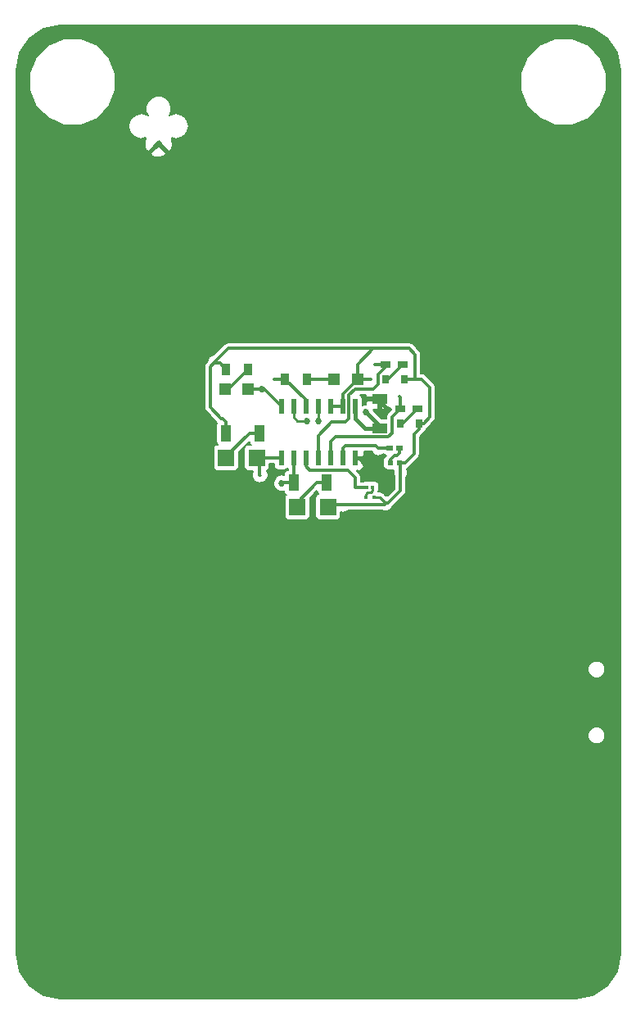
<source format=gtl>
G04 #@! TF.FileFunction,Copper,L1,Top,Signal*
%FSLAX46Y46*%
G04 Gerber Fmt 4.6, Leading zero omitted, Abs format (unit mm)*
G04 Created by KiCad (PCBNEW 4.0.6) date 08/28/18 17:36:48*
%MOMM*%
%LPD*%
G01*
G04 APERTURE LIST*
%ADD10C,0.100000*%
%ADD11R,0.700000X0.600000*%
%ADD12R,0.400000X0.400000*%
%ADD13R,1.300000X1.198880*%
%ADD14R,1.000000X0.797560*%
%ADD15R,0.900000X1.300000*%
%ADD16R,0.700000X0.900000*%
%ADD17R,0.450000X0.430000*%
%ADD18R,0.600000X0.600000*%
%ADD19R,1.700000X1.800860*%
%ADD20R,1.100000X1.700000*%
%ADD21R,1.600000X1.000000*%
%ADD22R,0.600000X1.500000*%
%ADD23C,0.685800*%
%ADD24C,0.406400*%
%ADD25C,0.304800*%
%ADD26C,0.254000*%
%ADD27C,0.200000*%
G04 APERTURE END LIST*
D10*
D11*
X131564000Y-116586000D03*
X130564000Y-116586000D03*
D12*
X128824000Y-120650000D03*
X128224000Y-120650000D03*
D13*
X115951000Y-110490000D03*
X113538000Y-110490000D03*
X124841000Y-109474000D03*
X127254000Y-109474000D03*
D14*
X130175000Y-107950000D03*
X131953000Y-107950000D03*
D15*
X115951000Y-108458000D03*
X113665000Y-108458000D03*
X119761000Y-109474000D03*
X122047000Y-109474000D03*
D16*
X130175000Y-109474000D03*
X132080000Y-109474000D03*
D17*
X128124000Y-121666000D03*
X128924000Y-121666000D03*
D14*
X131699000Y-112522000D03*
X133477000Y-112522000D03*
D16*
X131699000Y-114046000D03*
X133604000Y-114046000D03*
D18*
X130664000Y-118110000D03*
X131564000Y-118110000D03*
D19*
X121031000Y-122682000D03*
X124206000Y-122682000D03*
D20*
X120650000Y-120142000D03*
X124079000Y-120142000D03*
D19*
X116840000Y-117602000D03*
X113665000Y-117602000D03*
D20*
X117094000Y-115062000D03*
X113665000Y-115062000D03*
D21*
X129540000Y-114530000D03*
X129540000Y-111530000D03*
D22*
X127000000Y-112235000D03*
X125730000Y-112235000D03*
X124460000Y-112235000D03*
X123190000Y-112235000D03*
X121920000Y-112235000D03*
X120650000Y-112235000D03*
X119380000Y-112235000D03*
X119380000Y-117635000D03*
X120650000Y-117635000D03*
X121920000Y-117635000D03*
X123190000Y-117635000D03*
X124460000Y-117635000D03*
X125730000Y-117635000D03*
X127000000Y-117635000D03*
D23*
X130429000Y-112649000D03*
X128143000Y-118364000D03*
X128143000Y-112903000D03*
X119380000Y-120269000D03*
X117348000Y-110490000D03*
X123190000Y-113792000D03*
X122047000Y-113792000D03*
D24*
X130429000Y-112649000D02*
X129540000Y-111760000D01*
X129540000Y-111760000D02*
X129540000Y-111530000D01*
X127000000Y-117635000D02*
X127414000Y-117635000D01*
X127414000Y-117635000D02*
X128143000Y-118364000D01*
X129540000Y-114300000D02*
X128143000Y-112903000D01*
X129540000Y-114300000D02*
X129540000Y-114530000D01*
X127000000Y-112235000D02*
X127000000Y-113538000D01*
X127992000Y-114530000D02*
X129540000Y-114530000D01*
X127000000Y-113538000D02*
X127992000Y-114530000D01*
D25*
X129032000Y-106299000D02*
X113919000Y-106299000D01*
X113919000Y-106299000D02*
X112395000Y-107823000D01*
X112395000Y-107823000D02*
X113030000Y-107823000D01*
X113030000Y-107823000D02*
X113665000Y-108458000D01*
X113284000Y-113538000D02*
X113157000Y-113538000D01*
X113157000Y-113538000D02*
X112014000Y-112395000D01*
X112014000Y-112395000D02*
X112014000Y-108204000D01*
X112014000Y-108204000D02*
X112395000Y-107823000D01*
X113665000Y-115062000D02*
X113665000Y-113919000D01*
X113665000Y-113919000D02*
X113284000Y-113538000D01*
X125730000Y-112235000D02*
X124460000Y-112235000D01*
X133223000Y-109474000D02*
X133858000Y-109474000D01*
X134112000Y-114046000D02*
X133604000Y-114046000D01*
X134747000Y-113411000D02*
X134112000Y-114046000D01*
X134747000Y-110363000D02*
X134747000Y-113411000D01*
X133858000Y-109474000D02*
X134747000Y-110363000D01*
X133223000Y-109474000D02*
X132080000Y-109474000D01*
X127254000Y-109474000D02*
X127254000Y-107950000D01*
X133223000Y-106934000D02*
X133223000Y-109474000D01*
X132588000Y-106299000D02*
X133223000Y-106934000D01*
X128905000Y-106299000D02*
X129032000Y-106299000D01*
X129032000Y-106299000D02*
X132588000Y-106299000D01*
X127254000Y-107950000D02*
X128905000Y-106299000D01*
X127254000Y-109474000D02*
X128651000Y-109474000D01*
X125730000Y-112235000D02*
X125730000Y-110998000D01*
X125730000Y-110998000D02*
X127254000Y-109474000D01*
X125730000Y-122428000D02*
X124333000Y-122555000D01*
X124333000Y-122555000D02*
X124206000Y-122682000D01*
X133096000Y-115189000D02*
X133604000Y-114681000D01*
X133604000Y-114681000D02*
X133604000Y-114046000D01*
X131564000Y-118110000D02*
X132207000Y-118110000D01*
X133096000Y-117221000D02*
X133096000Y-115189000D01*
X132207000Y-118110000D02*
X133096000Y-117221000D01*
X131699000Y-119126000D02*
X131699000Y-118245000D01*
X131699000Y-118245000D02*
X131564000Y-118110000D01*
X130175000Y-122301000D02*
X130429000Y-122301000D01*
X130429000Y-122301000D02*
X131699000Y-121031000D01*
X131699000Y-121031000D02*
X131699000Y-119126000D01*
X125730000Y-122428000D02*
X130048000Y-122428000D01*
X130048000Y-122428000D02*
X130175000Y-122301000D01*
D26*
X128924000Y-121666000D02*
X129540000Y-121666000D01*
X129540000Y-121666000D02*
X130175000Y-122301000D01*
D25*
X113665000Y-117602000D02*
X113665000Y-117475000D01*
X113665000Y-117475000D02*
X116078000Y-115062000D01*
X116078000Y-115062000D02*
X117094000Y-115062000D01*
X113538000Y-110490000D02*
X113919000Y-110490000D01*
X113919000Y-110490000D02*
X115951000Y-108458000D01*
X122047000Y-109474000D02*
X124841000Y-109474000D01*
X117094000Y-119380000D02*
X117094000Y-117856000D01*
X117094000Y-117856000D02*
X116840000Y-117602000D01*
D26*
X117221000Y-119380000D02*
X117094000Y-119380000D01*
D25*
X119380000Y-117635000D02*
X116873000Y-117635000D01*
X116873000Y-117635000D02*
X116840000Y-117602000D01*
D26*
X119380000Y-120269000D02*
X119380000Y-120142000D01*
D25*
X120650000Y-120142000D02*
X119380000Y-120142000D01*
X120650000Y-120142000D02*
X120650000Y-117635000D01*
X117348000Y-110490000D02*
X117635000Y-110490000D01*
X117635000Y-110490000D02*
X119380000Y-112235000D01*
X115951000Y-110490000D02*
X117348000Y-110490000D01*
D26*
X123190000Y-113792000D02*
X123190000Y-112235000D01*
D25*
X130175000Y-109474000D02*
X130429000Y-109474000D01*
X130429000Y-109474000D02*
X131953000Y-107950000D01*
X131699000Y-114046000D02*
X131953000Y-114046000D01*
X131953000Y-114046000D02*
X133477000Y-112522000D01*
X130664000Y-118110000D02*
X130664000Y-117748000D01*
X131564000Y-117102000D02*
X131564000Y-116586000D01*
X131318000Y-117348000D02*
X131564000Y-117102000D01*
X131064000Y-117348000D02*
X131318000Y-117348000D01*
X130664000Y-117748000D02*
X131064000Y-117348000D01*
D26*
X128824000Y-120650000D02*
X128824000Y-120985000D01*
X128124000Y-121304000D02*
X128124000Y-121666000D01*
X128270000Y-121158000D02*
X128124000Y-121304000D01*
X128651000Y-121158000D02*
X128270000Y-121158000D01*
X128824000Y-120985000D02*
X128651000Y-121158000D01*
D25*
X127000000Y-120650000D02*
X128224000Y-120650000D01*
X121920000Y-117635000D02*
X121920000Y-118491000D01*
X127000000Y-119634000D02*
X127000000Y-120650000D01*
X126238000Y-118872000D02*
X127000000Y-119634000D01*
X122301000Y-118872000D02*
X126238000Y-118872000D01*
X121920000Y-118491000D02*
X122301000Y-118872000D01*
X130175000Y-107950000D02*
X130175000Y-108204000D01*
X130175000Y-108204000D02*
X129413000Y-108966000D01*
X123190000Y-115316000D02*
X123190000Y-117635000D01*
X124587000Y-113919000D02*
X123190000Y-115316000D01*
X125984000Y-113919000D02*
X124587000Y-113919000D01*
X126365000Y-113538000D02*
X125984000Y-113919000D01*
X126365000Y-111125000D02*
X126365000Y-113538000D01*
X127000000Y-110490000D02*
X126365000Y-111125000D01*
X128905000Y-110490000D02*
X127000000Y-110490000D01*
X129413000Y-109982000D02*
X128905000Y-110490000D01*
X129413000Y-108966000D02*
X129413000Y-109982000D01*
X130175000Y-107950000D02*
X129032000Y-107950000D01*
X127889000Y-115443000D02*
X130429000Y-115443000D01*
X124460000Y-115951000D02*
X124968000Y-115443000D01*
X124968000Y-115443000D02*
X127889000Y-115443000D01*
X124460000Y-117635000D02*
X124460000Y-115951000D01*
X130810000Y-113411000D02*
X131699000Y-112522000D01*
X130810000Y-115062000D02*
X130810000Y-113411000D01*
X130429000Y-115443000D02*
X130810000Y-115062000D01*
X131699000Y-112522000D02*
X131699000Y-111379000D01*
X131699000Y-111379000D02*
X131572000Y-111252000D01*
D26*
X120650000Y-113411000D02*
X120650000Y-112235000D01*
X121031000Y-113792000D02*
X120650000Y-113411000D01*
X122047000Y-113792000D02*
X121031000Y-113792000D01*
D25*
X129413000Y-116586000D02*
X129159000Y-116332000D01*
X125730000Y-116586000D02*
X125730000Y-117635000D01*
X125984000Y-116332000D02*
X125730000Y-116586000D01*
X129159000Y-116332000D02*
X125984000Y-116332000D01*
X130564000Y-116586000D02*
X129413000Y-116586000D01*
X121031000Y-122682000D02*
X121031000Y-122301000D01*
X121031000Y-122301000D02*
X123063000Y-120142000D01*
X123063000Y-120142000D02*
X124079000Y-120142000D01*
X119761000Y-109474000D02*
X118618000Y-109474000D01*
X121920000Y-112235000D02*
X121920000Y-111633000D01*
X121920000Y-111633000D02*
X119761000Y-109474000D01*
D27*
G36*
X151608942Y-73247682D02*
X153091622Y-74238377D01*
X154082318Y-75721058D01*
X154440000Y-77519247D01*
X154440000Y-168860753D01*
X154082318Y-170658942D01*
X153091622Y-172141623D01*
X151608942Y-173132318D01*
X149810753Y-173490000D01*
X96569247Y-173490000D01*
X94771058Y-173132318D01*
X93288377Y-172141622D01*
X92297682Y-170658942D01*
X91940000Y-168860753D01*
X91940000Y-146453236D01*
X151074844Y-146453236D01*
X151211572Y-146784143D01*
X151464525Y-147037538D01*
X151795194Y-147174843D01*
X152153236Y-147175156D01*
X152484143Y-147038428D01*
X152737538Y-146785475D01*
X152874843Y-146454806D01*
X152875156Y-146096764D01*
X152738428Y-145765857D01*
X152485475Y-145512462D01*
X152154806Y-145375157D01*
X151796764Y-145374844D01*
X151465857Y-145511572D01*
X151212462Y-145764525D01*
X151075157Y-146095194D01*
X151074844Y-146453236D01*
X91940000Y-146453236D01*
X91940000Y-139653236D01*
X151074844Y-139653236D01*
X151211572Y-139984143D01*
X151464525Y-140237538D01*
X151795194Y-140374843D01*
X152153236Y-140375156D01*
X152484143Y-140238428D01*
X152737538Y-139985475D01*
X152874843Y-139654806D01*
X152875156Y-139296764D01*
X152738428Y-138965857D01*
X152485475Y-138712462D01*
X152154806Y-138575157D01*
X151796764Y-138574844D01*
X151465857Y-138711572D01*
X151212462Y-138964525D01*
X151075157Y-139295194D01*
X151074844Y-139653236D01*
X91940000Y-139653236D01*
X91940000Y-108204000D01*
X111411600Y-108204000D01*
X111411600Y-112395000D01*
X111457455Y-112625529D01*
X111588039Y-112820961D01*
X112612687Y-113845609D01*
X112633589Y-113950689D01*
X112691538Y-114037416D01*
X112656184Y-114212000D01*
X112656184Y-115912000D01*
X112687562Y-116078760D01*
X112786117Y-116231919D01*
X112804787Y-116244676D01*
X112648240Y-116274132D01*
X112495081Y-116372687D01*
X112392332Y-116523065D01*
X112356184Y-116701570D01*
X112356184Y-118502430D01*
X112387562Y-118669190D01*
X112486117Y-118822349D01*
X112636495Y-118925098D01*
X112815000Y-118961246D01*
X114515000Y-118961246D01*
X114681760Y-118929868D01*
X114834919Y-118831313D01*
X114937668Y-118680935D01*
X114973816Y-118502430D01*
X114973816Y-117018106D01*
X116085184Y-115906738D01*
X116085184Y-115912000D01*
X116116562Y-116078760D01*
X116215117Y-116231919D01*
X116230975Y-116242754D01*
X115990000Y-116242754D01*
X115823240Y-116274132D01*
X115670081Y-116372687D01*
X115567332Y-116523065D01*
X115531184Y-116701570D01*
X115531184Y-118502430D01*
X115562562Y-118669190D01*
X115661117Y-118822349D01*
X115811495Y-118925098D01*
X115990000Y-118961246D01*
X116447642Y-118961246D01*
X116443589Y-118967311D01*
X116390000Y-119236720D01*
X116390000Y-119523280D01*
X116443589Y-119792689D01*
X116596197Y-120021083D01*
X116824591Y-120173691D01*
X117094000Y-120227280D01*
X117363409Y-120173691D01*
X117364404Y-120173026D01*
X117378026Y-120173038D01*
X117669555Y-120052580D01*
X117892796Y-119829728D01*
X118013762Y-119538410D01*
X118014038Y-119222974D01*
X117893580Y-118931445D01*
X117878220Y-118916059D01*
X118009919Y-118831313D01*
X118112668Y-118680935D01*
X118148816Y-118502430D01*
X118148816Y-118237400D01*
X118621184Y-118237400D01*
X118621184Y-118385000D01*
X118652562Y-118551760D01*
X118751117Y-118704919D01*
X118901495Y-118807668D01*
X119080000Y-118843816D01*
X119680000Y-118843816D01*
X119846760Y-118812438D01*
X119999919Y-118713883D01*
X120013806Y-118693558D01*
X120021117Y-118704919D01*
X120047600Y-118723014D01*
X120047600Y-118843044D01*
X119933240Y-118864562D01*
X119780081Y-118963117D01*
X119677332Y-119113495D01*
X119641184Y-119292000D01*
X119641184Y-119346673D01*
X119380000Y-119294720D01*
X119110591Y-119348309D01*
X118882197Y-119500917D01*
X118729589Y-119729311D01*
X118712559Y-119814924D01*
X118708204Y-119819272D01*
X118587238Y-120110590D01*
X118586962Y-120426026D01*
X118707420Y-120717555D01*
X118930272Y-120940796D01*
X119221590Y-121061762D01*
X119537026Y-121062038D01*
X119645898Y-121017053D01*
X119672562Y-121158760D01*
X119771117Y-121311919D01*
X119920850Y-121414227D01*
X119861081Y-121452687D01*
X119758332Y-121603065D01*
X119722184Y-121781570D01*
X119722184Y-123582430D01*
X119753562Y-123749190D01*
X119852117Y-123902349D01*
X120002495Y-124005098D01*
X120181000Y-124041246D01*
X121881000Y-124041246D01*
X122047760Y-124009868D01*
X122200919Y-123911313D01*
X122303668Y-123760935D01*
X122339816Y-123582430D01*
X122339816Y-121789332D01*
X123073527Y-121009764D01*
X123101562Y-121158760D01*
X123200117Y-121311919D01*
X123246209Y-121343413D01*
X123189240Y-121354132D01*
X123036081Y-121452687D01*
X122933332Y-121603065D01*
X122897184Y-121781570D01*
X122897184Y-123582430D01*
X122928562Y-123749190D01*
X123027117Y-123902349D01*
X123177495Y-124005098D01*
X123356000Y-124041246D01*
X125056000Y-124041246D01*
X125222760Y-124009868D01*
X125375919Y-123911313D01*
X125478668Y-123760935D01*
X125514816Y-123582430D01*
X125514816Y-123232477D01*
X125730000Y-123275280D01*
X125999409Y-123221691D01*
X126227803Y-123069083D01*
X126253650Y-123030400D01*
X129809373Y-123030400D01*
X129905591Y-123094691D01*
X130175000Y-123148280D01*
X130444409Y-123094691D01*
X130672803Y-122942083D01*
X130785556Y-122773336D01*
X130854961Y-122726961D01*
X132124961Y-121456961D01*
X132255544Y-121261529D01*
X132255545Y-121261528D01*
X132301400Y-121031000D01*
X132301400Y-119610543D01*
X132349411Y-119538689D01*
X132403000Y-119269280D01*
X132403000Y-118982720D01*
X132349411Y-118713311D01*
X132332167Y-118687503D01*
X132437529Y-118666545D01*
X132632961Y-118535961D01*
X133521961Y-117646961D01*
X133652545Y-117451529D01*
X133698400Y-117221000D01*
X133698400Y-115673543D01*
X133746411Y-115601689D01*
X133798847Y-115338075D01*
X134029961Y-115106961D01*
X134129178Y-114958472D01*
X134160545Y-114911528D01*
X134163668Y-114895827D01*
X134273919Y-114824883D01*
X134376668Y-114674505D01*
X134398863Y-114564904D01*
X134537961Y-114471961D01*
X135172961Y-113836961D01*
X135303545Y-113641529D01*
X135349400Y-113411000D01*
X135349400Y-110363000D01*
X135325713Y-110243919D01*
X135303545Y-110132471D01*
X135172961Y-109937039D01*
X134283961Y-109048039D01*
X134088529Y-108917455D01*
X133858000Y-108871600D01*
X133825400Y-108871600D01*
X133825400Y-106934000D01*
X133809794Y-106855545D01*
X133779545Y-106703471D01*
X133648961Y-106508039D01*
X133013961Y-105873039D01*
X132818529Y-105742455D01*
X132588000Y-105696600D01*
X113919000Y-105696600D01*
X113688472Y-105742455D01*
X113688470Y-105742456D01*
X113688471Y-105742456D01*
X113493039Y-105873039D01*
X112389205Y-106976873D01*
X112125591Y-107029309D01*
X111897197Y-107181917D01*
X111744589Y-107410311D01*
X111692153Y-107673925D01*
X111588039Y-107778039D01*
X111457455Y-107973471D01*
X111433624Y-108093280D01*
X111411600Y-108204000D01*
X91940000Y-108204000D01*
X91940000Y-86133984D01*
X105871855Y-86133984D01*
X105952392Y-86371519D01*
X106301089Y-86515966D01*
X106868718Y-86553798D01*
X107407616Y-86371528D01*
X107488828Y-86134668D01*
X106680000Y-85325840D01*
X105871855Y-86133984D01*
X91940000Y-86133984D01*
X91940000Y-83330009D01*
X103565940Y-83330009D01*
X103664897Y-83827498D01*
X103946701Y-84249248D01*
X104368451Y-84531052D01*
X104865940Y-84630009D01*
X105363429Y-84531052D01*
X105366208Y-84529195D01*
X105234253Y-84919333D01*
X105272085Y-85486962D01*
X105416532Y-85835659D01*
X105654067Y-85916196D01*
X106462211Y-85108051D01*
X106448069Y-85093909D01*
X106665858Y-84876120D01*
X106680000Y-84890262D01*
X106694142Y-84876120D01*
X106911931Y-85093909D01*
X106897789Y-85108051D01*
X107706617Y-85916879D01*
X107943477Y-85835667D01*
X108125747Y-85296769D01*
X108087915Y-84729140D01*
X108009926Y-84540873D01*
X108458042Y-84630009D01*
X108955531Y-84531052D01*
X109377281Y-84249248D01*
X109413299Y-84213230D01*
X109695103Y-83791480D01*
X109794060Y-83293991D01*
X109695103Y-82796503D01*
X109413299Y-82374752D01*
X108991548Y-82092948D01*
X108494060Y-81993991D01*
X107996571Y-82092948D01*
X107790990Y-82230313D01*
X107979774Y-81775670D01*
X107980226Y-81258497D01*
X107782729Y-80780520D01*
X107417353Y-80414505D01*
X106939721Y-80216175D01*
X106422548Y-80215723D01*
X105944571Y-80413220D01*
X105578556Y-80778596D01*
X105380226Y-81256228D01*
X105379774Y-81773401D01*
X105554662Y-82196659D01*
X105399446Y-82092948D01*
X104901958Y-81993991D01*
X104404469Y-82092948D01*
X103982719Y-82374752D01*
X103946701Y-82410770D01*
X103664897Y-82832520D01*
X103565940Y-83330009D01*
X91940000Y-83330009D01*
X91940000Y-79621276D01*
X93339229Y-79621276D01*
X94015274Y-81257430D01*
X95265986Y-82510327D01*
X96900957Y-83189226D01*
X98671276Y-83190771D01*
X100307430Y-82514726D01*
X101560327Y-81264014D01*
X102239226Y-79629043D01*
X102239232Y-79621276D01*
X144139229Y-79621276D01*
X144815274Y-81257430D01*
X146065986Y-82510327D01*
X147700957Y-83189226D01*
X149471276Y-83190771D01*
X151107430Y-82514726D01*
X152360327Y-81264014D01*
X153039226Y-79629043D01*
X153040771Y-77858724D01*
X152364726Y-76222570D01*
X151114014Y-74969673D01*
X149479043Y-74290774D01*
X147708724Y-74289229D01*
X146072570Y-74965274D01*
X144819673Y-76215986D01*
X144140774Y-77850957D01*
X144139229Y-79621276D01*
X102239232Y-79621276D01*
X102240771Y-77858724D01*
X101564726Y-76222570D01*
X100314014Y-74969673D01*
X98679043Y-74290774D01*
X96908724Y-74289229D01*
X95272570Y-74965274D01*
X94019673Y-76215986D01*
X93340774Y-77850957D01*
X93339229Y-79621276D01*
X91940000Y-79621276D01*
X91940000Y-77519247D01*
X92297682Y-75721058D01*
X93288377Y-74238378D01*
X94771058Y-73247682D01*
X96569247Y-72890000D01*
X149810753Y-72890000D01*
X151608942Y-73247682D01*
X151608942Y-73247682D01*
G37*
X151608942Y-73247682D02*
X153091622Y-74238377D01*
X154082318Y-75721058D01*
X154440000Y-77519247D01*
X154440000Y-168860753D01*
X154082318Y-170658942D01*
X153091622Y-172141623D01*
X151608942Y-173132318D01*
X149810753Y-173490000D01*
X96569247Y-173490000D01*
X94771058Y-173132318D01*
X93288377Y-172141622D01*
X92297682Y-170658942D01*
X91940000Y-168860753D01*
X91940000Y-146453236D01*
X151074844Y-146453236D01*
X151211572Y-146784143D01*
X151464525Y-147037538D01*
X151795194Y-147174843D01*
X152153236Y-147175156D01*
X152484143Y-147038428D01*
X152737538Y-146785475D01*
X152874843Y-146454806D01*
X152875156Y-146096764D01*
X152738428Y-145765857D01*
X152485475Y-145512462D01*
X152154806Y-145375157D01*
X151796764Y-145374844D01*
X151465857Y-145511572D01*
X151212462Y-145764525D01*
X151075157Y-146095194D01*
X151074844Y-146453236D01*
X91940000Y-146453236D01*
X91940000Y-139653236D01*
X151074844Y-139653236D01*
X151211572Y-139984143D01*
X151464525Y-140237538D01*
X151795194Y-140374843D01*
X152153236Y-140375156D01*
X152484143Y-140238428D01*
X152737538Y-139985475D01*
X152874843Y-139654806D01*
X152875156Y-139296764D01*
X152738428Y-138965857D01*
X152485475Y-138712462D01*
X152154806Y-138575157D01*
X151796764Y-138574844D01*
X151465857Y-138711572D01*
X151212462Y-138964525D01*
X151075157Y-139295194D01*
X151074844Y-139653236D01*
X91940000Y-139653236D01*
X91940000Y-108204000D01*
X111411600Y-108204000D01*
X111411600Y-112395000D01*
X111457455Y-112625529D01*
X111588039Y-112820961D01*
X112612687Y-113845609D01*
X112633589Y-113950689D01*
X112691538Y-114037416D01*
X112656184Y-114212000D01*
X112656184Y-115912000D01*
X112687562Y-116078760D01*
X112786117Y-116231919D01*
X112804787Y-116244676D01*
X112648240Y-116274132D01*
X112495081Y-116372687D01*
X112392332Y-116523065D01*
X112356184Y-116701570D01*
X112356184Y-118502430D01*
X112387562Y-118669190D01*
X112486117Y-118822349D01*
X112636495Y-118925098D01*
X112815000Y-118961246D01*
X114515000Y-118961246D01*
X114681760Y-118929868D01*
X114834919Y-118831313D01*
X114937668Y-118680935D01*
X114973816Y-118502430D01*
X114973816Y-117018106D01*
X116085184Y-115906738D01*
X116085184Y-115912000D01*
X116116562Y-116078760D01*
X116215117Y-116231919D01*
X116230975Y-116242754D01*
X115990000Y-116242754D01*
X115823240Y-116274132D01*
X115670081Y-116372687D01*
X115567332Y-116523065D01*
X115531184Y-116701570D01*
X115531184Y-118502430D01*
X115562562Y-118669190D01*
X115661117Y-118822349D01*
X115811495Y-118925098D01*
X115990000Y-118961246D01*
X116447642Y-118961246D01*
X116443589Y-118967311D01*
X116390000Y-119236720D01*
X116390000Y-119523280D01*
X116443589Y-119792689D01*
X116596197Y-120021083D01*
X116824591Y-120173691D01*
X117094000Y-120227280D01*
X117363409Y-120173691D01*
X117364404Y-120173026D01*
X117378026Y-120173038D01*
X117669555Y-120052580D01*
X117892796Y-119829728D01*
X118013762Y-119538410D01*
X118014038Y-119222974D01*
X117893580Y-118931445D01*
X117878220Y-118916059D01*
X118009919Y-118831313D01*
X118112668Y-118680935D01*
X118148816Y-118502430D01*
X118148816Y-118237400D01*
X118621184Y-118237400D01*
X118621184Y-118385000D01*
X118652562Y-118551760D01*
X118751117Y-118704919D01*
X118901495Y-118807668D01*
X119080000Y-118843816D01*
X119680000Y-118843816D01*
X119846760Y-118812438D01*
X119999919Y-118713883D01*
X120013806Y-118693558D01*
X120021117Y-118704919D01*
X120047600Y-118723014D01*
X120047600Y-118843044D01*
X119933240Y-118864562D01*
X119780081Y-118963117D01*
X119677332Y-119113495D01*
X119641184Y-119292000D01*
X119641184Y-119346673D01*
X119380000Y-119294720D01*
X119110591Y-119348309D01*
X118882197Y-119500917D01*
X118729589Y-119729311D01*
X118712559Y-119814924D01*
X118708204Y-119819272D01*
X118587238Y-120110590D01*
X118586962Y-120426026D01*
X118707420Y-120717555D01*
X118930272Y-120940796D01*
X119221590Y-121061762D01*
X119537026Y-121062038D01*
X119645898Y-121017053D01*
X119672562Y-121158760D01*
X119771117Y-121311919D01*
X119920850Y-121414227D01*
X119861081Y-121452687D01*
X119758332Y-121603065D01*
X119722184Y-121781570D01*
X119722184Y-123582430D01*
X119753562Y-123749190D01*
X119852117Y-123902349D01*
X120002495Y-124005098D01*
X120181000Y-124041246D01*
X121881000Y-124041246D01*
X122047760Y-124009868D01*
X122200919Y-123911313D01*
X122303668Y-123760935D01*
X122339816Y-123582430D01*
X122339816Y-121789332D01*
X123073527Y-121009764D01*
X123101562Y-121158760D01*
X123200117Y-121311919D01*
X123246209Y-121343413D01*
X123189240Y-121354132D01*
X123036081Y-121452687D01*
X122933332Y-121603065D01*
X122897184Y-121781570D01*
X122897184Y-123582430D01*
X122928562Y-123749190D01*
X123027117Y-123902349D01*
X123177495Y-124005098D01*
X123356000Y-124041246D01*
X125056000Y-124041246D01*
X125222760Y-124009868D01*
X125375919Y-123911313D01*
X125478668Y-123760935D01*
X125514816Y-123582430D01*
X125514816Y-123232477D01*
X125730000Y-123275280D01*
X125999409Y-123221691D01*
X126227803Y-123069083D01*
X126253650Y-123030400D01*
X129809373Y-123030400D01*
X129905591Y-123094691D01*
X130175000Y-123148280D01*
X130444409Y-123094691D01*
X130672803Y-122942083D01*
X130785556Y-122773336D01*
X130854961Y-122726961D01*
X132124961Y-121456961D01*
X132255544Y-121261529D01*
X132255545Y-121261528D01*
X132301400Y-121031000D01*
X132301400Y-119610543D01*
X132349411Y-119538689D01*
X132403000Y-119269280D01*
X132403000Y-118982720D01*
X132349411Y-118713311D01*
X132332167Y-118687503D01*
X132437529Y-118666545D01*
X132632961Y-118535961D01*
X133521961Y-117646961D01*
X133652545Y-117451529D01*
X133698400Y-117221000D01*
X133698400Y-115673543D01*
X133746411Y-115601689D01*
X133798847Y-115338075D01*
X134029961Y-115106961D01*
X134129178Y-114958472D01*
X134160545Y-114911528D01*
X134163668Y-114895827D01*
X134273919Y-114824883D01*
X134376668Y-114674505D01*
X134398863Y-114564904D01*
X134537961Y-114471961D01*
X135172961Y-113836961D01*
X135303545Y-113641529D01*
X135349400Y-113411000D01*
X135349400Y-110363000D01*
X135325713Y-110243919D01*
X135303545Y-110132471D01*
X135172961Y-109937039D01*
X134283961Y-109048039D01*
X134088529Y-108917455D01*
X133858000Y-108871600D01*
X133825400Y-108871600D01*
X133825400Y-106934000D01*
X133809794Y-106855545D01*
X133779545Y-106703471D01*
X133648961Y-106508039D01*
X133013961Y-105873039D01*
X132818529Y-105742455D01*
X132588000Y-105696600D01*
X113919000Y-105696600D01*
X113688472Y-105742455D01*
X113688470Y-105742456D01*
X113688471Y-105742456D01*
X113493039Y-105873039D01*
X112389205Y-106976873D01*
X112125591Y-107029309D01*
X111897197Y-107181917D01*
X111744589Y-107410311D01*
X111692153Y-107673925D01*
X111588039Y-107778039D01*
X111457455Y-107973471D01*
X111433624Y-108093280D01*
X111411600Y-108204000D01*
X91940000Y-108204000D01*
X91940000Y-86133984D01*
X105871855Y-86133984D01*
X105952392Y-86371519D01*
X106301089Y-86515966D01*
X106868718Y-86553798D01*
X107407616Y-86371528D01*
X107488828Y-86134668D01*
X106680000Y-85325840D01*
X105871855Y-86133984D01*
X91940000Y-86133984D01*
X91940000Y-83330009D01*
X103565940Y-83330009D01*
X103664897Y-83827498D01*
X103946701Y-84249248D01*
X104368451Y-84531052D01*
X104865940Y-84630009D01*
X105363429Y-84531052D01*
X105366208Y-84529195D01*
X105234253Y-84919333D01*
X105272085Y-85486962D01*
X105416532Y-85835659D01*
X105654067Y-85916196D01*
X106462211Y-85108051D01*
X106448069Y-85093909D01*
X106665858Y-84876120D01*
X106680000Y-84890262D01*
X106694142Y-84876120D01*
X106911931Y-85093909D01*
X106897789Y-85108051D01*
X107706617Y-85916879D01*
X107943477Y-85835667D01*
X108125747Y-85296769D01*
X108087915Y-84729140D01*
X108009926Y-84540873D01*
X108458042Y-84630009D01*
X108955531Y-84531052D01*
X109377281Y-84249248D01*
X109413299Y-84213230D01*
X109695103Y-83791480D01*
X109794060Y-83293991D01*
X109695103Y-82796503D01*
X109413299Y-82374752D01*
X108991548Y-82092948D01*
X108494060Y-81993991D01*
X107996571Y-82092948D01*
X107790990Y-82230313D01*
X107979774Y-81775670D01*
X107980226Y-81258497D01*
X107782729Y-80780520D01*
X107417353Y-80414505D01*
X106939721Y-80216175D01*
X106422548Y-80215723D01*
X105944571Y-80413220D01*
X105578556Y-80778596D01*
X105380226Y-81256228D01*
X105379774Y-81773401D01*
X105554662Y-82196659D01*
X105399446Y-82092948D01*
X104901958Y-81993991D01*
X104404469Y-82092948D01*
X103982719Y-82374752D01*
X103946701Y-82410770D01*
X103664897Y-82832520D01*
X103565940Y-83330009D01*
X91940000Y-83330009D01*
X91940000Y-79621276D01*
X93339229Y-79621276D01*
X94015274Y-81257430D01*
X95265986Y-82510327D01*
X96900957Y-83189226D01*
X98671276Y-83190771D01*
X100307430Y-82514726D01*
X101560327Y-81264014D01*
X102239226Y-79629043D01*
X102239232Y-79621276D01*
X144139229Y-79621276D01*
X144815274Y-81257430D01*
X146065986Y-82510327D01*
X147700957Y-83189226D01*
X149471276Y-83190771D01*
X151107430Y-82514726D01*
X152360327Y-81264014D01*
X153039226Y-79629043D01*
X153040771Y-77858724D01*
X152364726Y-76222570D01*
X151114014Y-74969673D01*
X149479043Y-74290774D01*
X147708724Y-74289229D01*
X146072570Y-74965274D01*
X144819673Y-76215986D01*
X144140774Y-77850957D01*
X144139229Y-79621276D01*
X102239232Y-79621276D01*
X102240771Y-77858724D01*
X101564726Y-76222570D01*
X100314014Y-74969673D01*
X98679043Y-74290774D01*
X96908724Y-74289229D01*
X95272570Y-74965274D01*
X94019673Y-76215986D01*
X93340774Y-77850957D01*
X93339229Y-79621276D01*
X91940000Y-79621276D01*
X91940000Y-77519247D01*
X92297682Y-75721058D01*
X93288377Y-74238378D01*
X94771058Y-73247682D01*
X96569247Y-72890000D01*
X149810753Y-72890000D01*
X151608942Y-73247682D01*
G36*
X128762589Y-116998689D02*
X128915197Y-117227083D01*
X129143591Y-117379691D01*
X129413000Y-117433280D01*
X129682409Y-117379691D01*
X129910803Y-117227083D01*
X129912461Y-117224602D01*
X130035495Y-117308668D01*
X130214000Y-117344816D01*
X130222820Y-117344816D01*
X130197650Y-117382485D01*
X130197240Y-117382562D01*
X130044081Y-117481117D01*
X129941332Y-117631495D01*
X129905184Y-117810000D01*
X129905184Y-118410000D01*
X129936562Y-118576760D01*
X130035117Y-118729919D01*
X130185495Y-118832668D01*
X130364000Y-118868816D01*
X130964000Y-118868816D01*
X131019743Y-118858327D01*
X130995000Y-118982720D01*
X130995000Y-119269280D01*
X131048589Y-119538689D01*
X131096600Y-119610543D01*
X131096600Y-120781478D01*
X130382987Y-121495091D01*
X130175000Y-121453720D01*
X130148911Y-121458909D01*
X129948001Y-121257999D01*
X129760808Y-121132922D01*
X129540000Y-121088999D01*
X129539995Y-121089000D01*
X129416295Y-121089000D01*
X129408822Y-121083894D01*
X129446668Y-121028505D01*
X129482816Y-120850000D01*
X129482816Y-120450000D01*
X129451438Y-120283240D01*
X129352883Y-120130081D01*
X129202505Y-120027332D01*
X129024000Y-119991184D01*
X128624000Y-119991184D01*
X128520329Y-120010691D01*
X128424000Y-119991184D01*
X128024000Y-119991184D01*
X127857240Y-120022562D01*
X127818330Y-120047600D01*
X127602400Y-120047600D01*
X127602400Y-119634000D01*
X127570964Y-119475962D01*
X127556545Y-119403471D01*
X127425961Y-119208039D01*
X127154002Y-118936080D01*
X127154002Y-118845002D01*
X127302000Y-118993000D01*
X127420938Y-118993000D01*
X127644404Y-118900438D01*
X127815437Y-118729405D01*
X127908000Y-118505939D01*
X127908000Y-117941000D01*
X127756000Y-117789000D01*
X127150000Y-117789000D01*
X127150000Y-117809000D01*
X126850000Y-117809000D01*
X126850000Y-117789000D01*
X126826000Y-117789000D01*
X126826000Y-117481000D01*
X126850000Y-117481000D01*
X126850000Y-117461000D01*
X127150000Y-117461000D01*
X127150000Y-117481000D01*
X127756000Y-117481000D01*
X127908000Y-117329000D01*
X127908000Y-116934400D01*
X128749801Y-116934400D01*
X128762589Y-116998689D01*
X128762589Y-116998689D01*
G37*
X128762589Y-116998689D02*
X128915197Y-117227083D01*
X129143591Y-117379691D01*
X129413000Y-117433280D01*
X129682409Y-117379691D01*
X129910803Y-117227083D01*
X129912461Y-117224602D01*
X130035495Y-117308668D01*
X130214000Y-117344816D01*
X130222820Y-117344816D01*
X130197650Y-117382485D01*
X130197240Y-117382562D01*
X130044081Y-117481117D01*
X129941332Y-117631495D01*
X129905184Y-117810000D01*
X129905184Y-118410000D01*
X129936562Y-118576760D01*
X130035117Y-118729919D01*
X130185495Y-118832668D01*
X130364000Y-118868816D01*
X130964000Y-118868816D01*
X131019743Y-118858327D01*
X130995000Y-118982720D01*
X130995000Y-119269280D01*
X131048589Y-119538689D01*
X131096600Y-119610543D01*
X131096600Y-120781478D01*
X130382987Y-121495091D01*
X130175000Y-121453720D01*
X130148911Y-121458909D01*
X129948001Y-121257999D01*
X129760808Y-121132922D01*
X129540000Y-121088999D01*
X129539995Y-121089000D01*
X129416295Y-121089000D01*
X129408822Y-121083894D01*
X129446668Y-121028505D01*
X129482816Y-120850000D01*
X129482816Y-120450000D01*
X129451438Y-120283240D01*
X129352883Y-120130081D01*
X129202505Y-120027332D01*
X129024000Y-119991184D01*
X128624000Y-119991184D01*
X128520329Y-120010691D01*
X128424000Y-119991184D01*
X128024000Y-119991184D01*
X127857240Y-120022562D01*
X127818330Y-120047600D01*
X127602400Y-120047600D01*
X127602400Y-119634000D01*
X127570964Y-119475962D01*
X127556545Y-119403471D01*
X127425961Y-119208039D01*
X127154002Y-118936080D01*
X127154002Y-118845002D01*
X127302000Y-118993000D01*
X127420938Y-118993000D01*
X127644404Y-118900438D01*
X127815437Y-118729405D01*
X127908000Y-118505939D01*
X127908000Y-117941000D01*
X127756000Y-117789000D01*
X127150000Y-117789000D01*
X127150000Y-117809000D01*
X126850000Y-117809000D01*
X126850000Y-117789000D01*
X126826000Y-117789000D01*
X126826000Y-117481000D01*
X126850000Y-117481000D01*
X126850000Y-117461000D01*
X127150000Y-117461000D01*
X127150000Y-117481000D01*
X127756000Y-117481000D01*
X127908000Y-117329000D01*
X127908000Y-116934400D01*
X128749801Y-116934400D01*
X128762589Y-116998689D01*
G36*
X128132000Y-111224000D02*
X128284000Y-111376000D01*
X129386000Y-111376000D01*
X129386000Y-111356000D01*
X129694000Y-111356000D01*
X129694000Y-111376000D01*
X129714000Y-111376000D01*
X129714000Y-111684000D01*
X129694000Y-111684000D01*
X129694000Y-112486000D01*
X129846000Y-112638000D01*
X130460938Y-112638000D01*
X130684404Y-112545438D01*
X130740184Y-112489658D01*
X130740184Y-112628894D01*
X130384039Y-112985039D01*
X130253455Y-113180471D01*
X130246587Y-113215000D01*
X130207600Y-113411000D01*
X130207600Y-113571184D01*
X129734948Y-113571184D01*
X128936015Y-112772251D01*
X128936038Y-112745974D01*
X128891424Y-112638000D01*
X129234000Y-112638000D01*
X129386000Y-112486000D01*
X129386000Y-111684000D01*
X128284000Y-111684000D01*
X128132000Y-111836000D01*
X128132000Y-112110090D01*
X127985974Y-112109962D01*
X127758816Y-112203822D01*
X127758816Y-111485000D01*
X127727438Y-111318240D01*
X127628883Y-111165081D01*
X127522511Y-111092400D01*
X128132000Y-111092400D01*
X128132000Y-111224000D01*
X128132000Y-111224000D01*
G37*
X128132000Y-111224000D02*
X128284000Y-111376000D01*
X129386000Y-111376000D01*
X129386000Y-111356000D01*
X129694000Y-111356000D01*
X129694000Y-111376000D01*
X129714000Y-111376000D01*
X129714000Y-111684000D01*
X129694000Y-111684000D01*
X129694000Y-112486000D01*
X129846000Y-112638000D01*
X130460938Y-112638000D01*
X130684404Y-112545438D01*
X130740184Y-112489658D01*
X130740184Y-112628894D01*
X130384039Y-112985039D01*
X130253455Y-113180471D01*
X130246587Y-113215000D01*
X130207600Y-113411000D01*
X130207600Y-113571184D01*
X129734948Y-113571184D01*
X128936015Y-112772251D01*
X128936038Y-112745974D01*
X128891424Y-112638000D01*
X129234000Y-112638000D01*
X129386000Y-112486000D01*
X129386000Y-111684000D01*
X128284000Y-111684000D01*
X128132000Y-111836000D01*
X128132000Y-112110090D01*
X127985974Y-112109962D01*
X127758816Y-112203822D01*
X127758816Y-111485000D01*
X127727438Y-111318240D01*
X127628883Y-111165081D01*
X127522511Y-111092400D01*
X128132000Y-111092400D01*
X128132000Y-111224000D01*
M02*

</source>
